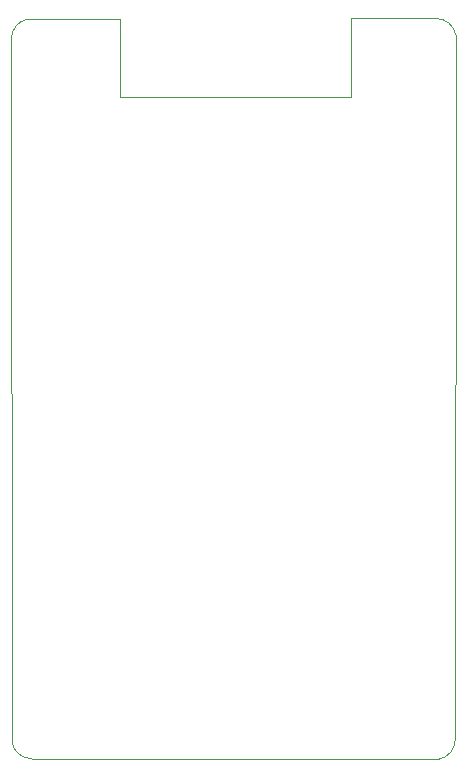
<source format=gbr>
%TF.GenerationSoftware,KiCad,Pcbnew,(6.0.1)*%
%TF.CreationDate,2022-04-26T22:40:31-05:00*%
%TF.ProjectId,LEDStripBoards,4c454453-7472-4697-9042-6f617264732e,rev?*%
%TF.SameCoordinates,Original*%
%TF.FileFunction,Profile,NP*%
%FSLAX46Y46*%
G04 Gerber Fmt 4.6, Leading zero omitted, Abs format (unit mm)*
G04 Created by KiCad (PCBNEW (6.0.1)) date 2022-04-26 22:40:31*
%MOMM*%
%LPD*%
G01*
G04 APERTURE LIST*
%TA.AperFunction,Profile*%
%ADD10C,0.050000*%
%TD*%
G04 APERTURE END LIST*
D10*
X95025498Y-131983072D02*
X129525000Y-132025000D01*
X129525000Y-132025000D02*
G75*
G03*
X130890574Y-130375000I-314046J1650000D01*
G01*
X122072400Y-75971400D02*
X102489000Y-75971400D01*
X93319600Y-71018400D02*
X93375498Y-130609026D01*
X130925000Y-70675000D02*
G75*
G03*
X129275000Y-69309426I-1650000J-314046D01*
G01*
X102489000Y-69367400D02*
X94685174Y-69368400D01*
X129275000Y-69309426D02*
X122072400Y-69300000D01*
X122072400Y-69300000D02*
X122072400Y-75971400D01*
X130890574Y-130375000D02*
X130925000Y-70675000D01*
X102489000Y-75971400D02*
X102489000Y-69367400D01*
X93375498Y-130609026D02*
G75*
G03*
X95025498Y-131983072I1650000J303664D01*
G01*
X94685174Y-69368400D02*
G75*
G03*
X93319600Y-71018400I314046J-1650000D01*
G01*
M02*

</source>
